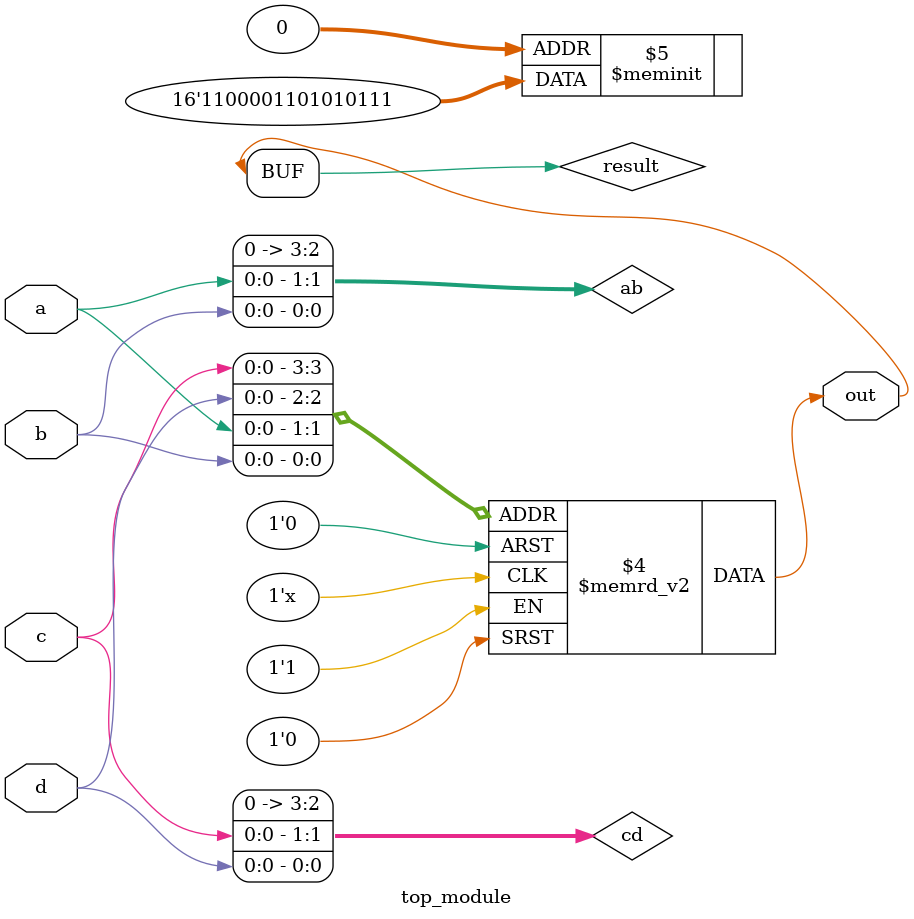
<source format=sv>
module top_module (
    input a, 
    input b,
    input c,
    input d,
    output out
);

    wire [3:0] ab = {a, b}; // Combine a and b into a 2-bit number
    wire [3:0] cd = {c, d}; // Combine c and d into a 2-bit number
    reg result;

    always @(*) begin
        case ({c, d, a, b})
            6'b000_00: result = 1;
            6'b000_01: result = 1;
            6'b000_10: result = 1;
            6'b000_11: result = 0;
            6'b001_00: result = 1;
            6'b001_01: result = 0;
            6'b001_10: result = 1;
            6'b001_11: result = 0;
            6'b010_00: result = 1;
            6'b010_01: result = 1;
            6'b010_10: result = 0;
            6'b010_11: result = 0;
            6'b011_00: result = 0;
            6'b011_01: result = 0;
            6'b011_10: result = 1;
            6'b011_11: result = 1;
            6'b100_00: result = 0;
            6'b100_01: result = 1;
            6'b100_10: result = 1;
            6'b100_11: result = 1;
            6'b101_00: result = 1;
            6'b101_01: result = 1;
            6'b101_10: result = 0;
            6'b101_11: result = 1;
            6'b110_00: result = 1;
            6'b110_01: result = 1;
            6'b110_10: result = 0;
            6'b110_11: result = 0;
            6'b111_00: result = 0;
            6'b111_01: result = 1;
            6'b111_10: result = 1;
            6'b111_11: result = 0;
            default: result = 0;
        endcase
    end

    assign out = result;

endmodule

</source>
